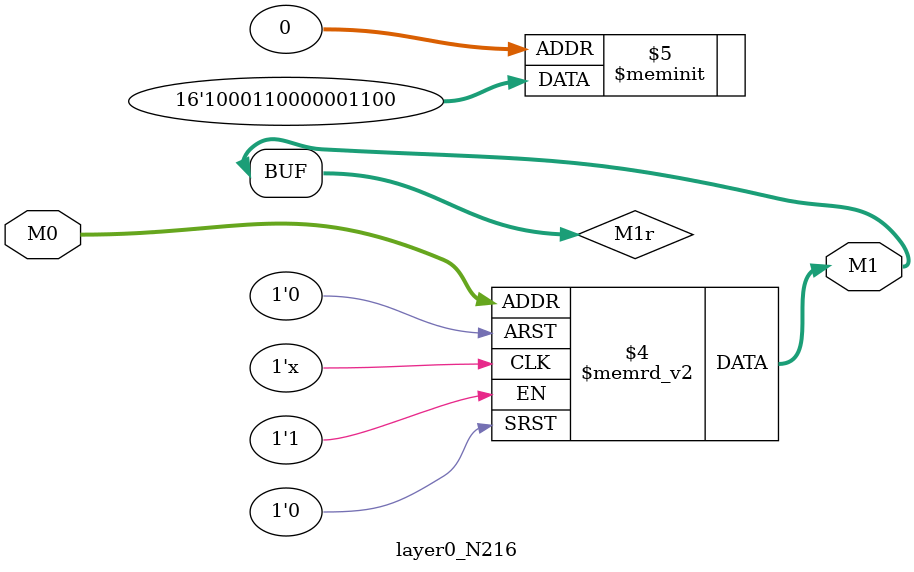
<source format=v>
module layer0_N216 ( input [2:0] M0, output [1:0] M1 );

	(*rom_style = "distributed" *) reg [1:0] M1r;
	assign M1 = M1r;
	always @ (M0) begin
		case (M0)
			3'b000: M1r = 2'b00;
			3'b100: M1r = 2'b00;
			3'b010: M1r = 2'b00;
			3'b110: M1r = 2'b00;
			3'b001: M1r = 2'b11;
			3'b101: M1r = 2'b11;
			3'b011: M1r = 2'b00;
			3'b111: M1r = 2'b10;

		endcase
	end
endmodule

</source>
